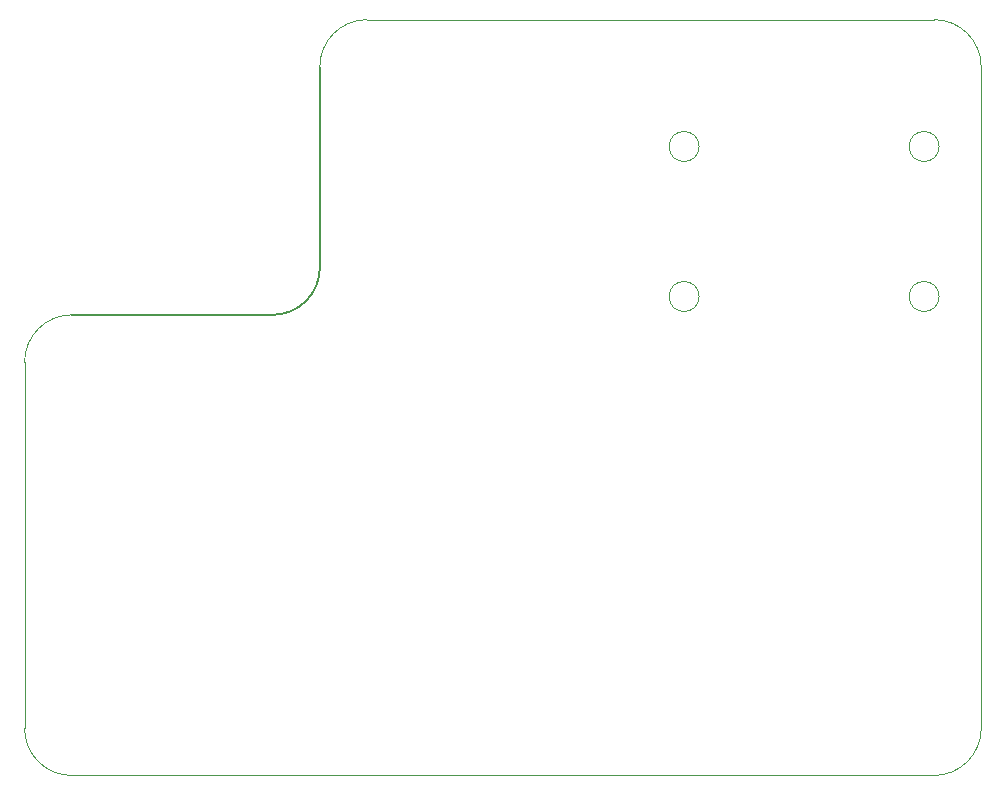
<source format=gbr>
%TF.GenerationSoftware,KiCad,Pcbnew,(6.0.10-0)*%
%TF.CreationDate,2023-01-18T17:39:01-08:00*%
%TF.ProjectId,Sensor,53656e73-6f72-42e6-9b69-6361645f7063,rev?*%
%TF.SameCoordinates,Original*%
%TF.FileFunction,Profile,NP*%
%FSLAX46Y46*%
G04 Gerber Fmt 4.6, Leading zero omitted, Abs format (unit mm)*
G04 Created by KiCad (PCBNEW (6.0.10-0)) date 2023-01-18 17:39:01*
%MOMM*%
%LPD*%
G01*
G04 APERTURE LIST*
%TA.AperFunction,Profile*%
%ADD10C,0.150000*%
%TD*%
%TA.AperFunction,Profile*%
%ADD11C,0.100000*%
%TD*%
%TA.AperFunction,Profile*%
%ADD12C,0.120000*%
%TD*%
G04 APERTURE END LIST*
D10*
X46000000Y-80000000D02*
X46000000Y-97000000D01*
D11*
X50000000Y-76000000D02*
X98000000Y-76000000D01*
X21000000Y-136000000D02*
G75*
G03*
X25000000Y-140000000I4000000J0D01*
G01*
D10*
X42000000Y-101000000D02*
G75*
G03*
X46000000Y-97000000I0J4000000D01*
G01*
D11*
X102000000Y-80000000D02*
X102000000Y-136000000D01*
D10*
X42000000Y-101000000D02*
X25000000Y-101000000D01*
D11*
X50000000Y-76000000D02*
G75*
G03*
X46000000Y-80000000I0J-4000000D01*
G01*
X25000000Y-101000000D02*
G75*
G03*
X21000000Y-105000000I0J-4000000D01*
G01*
X98000000Y-140000000D02*
X25000000Y-140000000D01*
X102000000Y-80000000D02*
G75*
G03*
X98000000Y-76000000I-4000000J0D01*
G01*
X21000000Y-136000000D02*
X21000000Y-105000000D01*
X98000000Y-140000000D02*
G75*
G03*
X102000000Y-136000000I0J4000000D01*
G01*
D12*
%TO.C,U2*%
X98430000Y-99445000D02*
G75*
G03*
X98430000Y-99445000I-1270000J0D01*
G01*
X98430000Y-86745000D02*
G75*
G03*
X98430000Y-86745000I-1270000J0D01*
G01*
X78110000Y-86745000D02*
G75*
G03*
X78110000Y-86745000I-1270000J0D01*
G01*
X78110000Y-99445000D02*
G75*
G03*
X78110000Y-99445000I-1270000J0D01*
G01*
%TD*%
M02*

</source>
